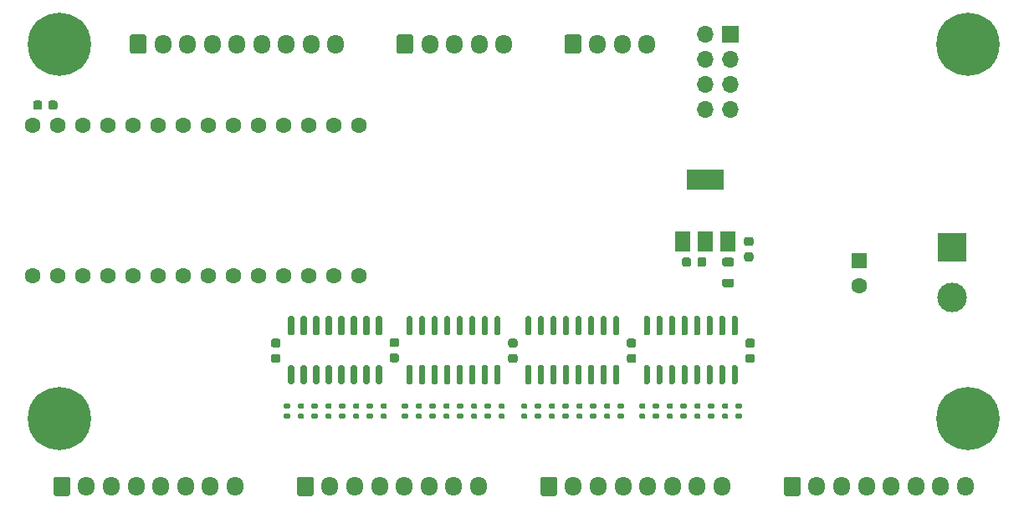
<source format=gbr>
%TF.GenerationSoftware,KiCad,Pcbnew,(5.1.8-0-10_14)*%
%TF.CreationDate,2020-12-11T17:33:19+01:00*%
%TF.ProjectId,32Bit shift register,33324269-7420-4736-9869-667420726567,rev?*%
%TF.SameCoordinates,Original*%
%TF.FileFunction,Soldermask,Top*%
%TF.FilePolarity,Negative*%
%FSLAX46Y46*%
G04 Gerber Fmt 4.6, Leading zero omitted, Abs format (unit mm)*
G04 Created by KiCad (PCBNEW (5.1.8-0-10_14)) date 2020-12-11 17:33:19*
%MOMM*%
%LPD*%
G01*
G04 APERTURE LIST*
%ADD10C,1.600000*%
%ADD11R,1.700000X1.700000*%
%ADD12O,1.700000X1.700000*%
%ADD13O,1.700000X1.950000*%
%ADD14R,3.800000X2.000000*%
%ADD15R,1.500000X2.000000*%
%ADD16C,3.000000*%
%ADD17R,3.000000X3.000000*%
%ADD18C,0.800000*%
%ADD19C,6.400000*%
%ADD20R,1.600000X1.600000*%
G04 APERTURE END LIST*
%TO.C,FB*%
G36*
G01*
X164318750Y-63787500D02*
X165081250Y-63787500D01*
G75*
G02*
X165300000Y-64006250I0J-218750D01*
G01*
X165300000Y-64443750D01*
G75*
G02*
X165081250Y-64662500I-218750J0D01*
G01*
X164318750Y-64662500D01*
G75*
G02*
X164100000Y-64443750I0J218750D01*
G01*
X164100000Y-64006250D01*
G75*
G02*
X164318750Y-63787500I218750J0D01*
G01*
G37*
G36*
G01*
X164318750Y-61662500D02*
X165081250Y-61662500D01*
G75*
G02*
X165300000Y-61881250I0J-218750D01*
G01*
X165300000Y-62318750D01*
G75*
G02*
X165081250Y-62537500I-218750J0D01*
G01*
X164318750Y-62537500D01*
G75*
G02*
X164100000Y-62318750I0J218750D01*
G01*
X164100000Y-61881250D01*
G75*
G02*
X164318750Y-61662500I218750J0D01*
G01*
G37*
%TD*%
%TO.C,C7*%
G36*
G01*
X166550000Y-59575000D02*
X167050000Y-59575000D01*
G75*
G02*
X167275000Y-59800000I0J-225000D01*
G01*
X167275000Y-60250000D01*
G75*
G02*
X167050000Y-60475000I-225000J0D01*
G01*
X166550000Y-60475000D01*
G75*
G02*
X166325000Y-60250000I0J225000D01*
G01*
X166325000Y-59800000D01*
G75*
G02*
X166550000Y-59575000I225000J0D01*
G01*
G37*
G36*
G01*
X166550000Y-61125000D02*
X167050000Y-61125000D01*
G75*
G02*
X167275000Y-61350000I0J-225000D01*
G01*
X167275000Y-61800000D01*
G75*
G02*
X167050000Y-62025000I-225000J0D01*
G01*
X166550000Y-62025000D01*
G75*
G02*
X166325000Y-61800000I0J225000D01*
G01*
X166325000Y-61350000D01*
G75*
G02*
X166550000Y-61125000I225000J0D01*
G01*
G37*
%TD*%
D10*
%TO.C,U6*%
X94290000Y-63520000D03*
X96830000Y-63520000D03*
X99370000Y-63520000D03*
X101910000Y-63520000D03*
X104450000Y-63520000D03*
X106990000Y-63520000D03*
X109530000Y-63520000D03*
X112070000Y-63520000D03*
X114610000Y-63520000D03*
X117150000Y-63520000D03*
X119690000Y-63520000D03*
X122230000Y-63520000D03*
X124770000Y-63520000D03*
X94290000Y-48280000D03*
X96830000Y-48280000D03*
X99370000Y-48280000D03*
X101910000Y-48280000D03*
X104450000Y-48280000D03*
X106990000Y-48280000D03*
X109530000Y-48280000D03*
X112070000Y-48280000D03*
X114610000Y-48280000D03*
X117150000Y-48280000D03*
X119690000Y-48280000D03*
X122230000Y-48280000D03*
X124770000Y-48280000D03*
X127310000Y-63520000D03*
X127310000Y-48280000D03*
%TD*%
D11*
%TO.C,J5*%
X164910000Y-39010000D03*
D12*
X162370000Y-39010000D03*
X164910000Y-41550000D03*
X162370000Y-41550000D03*
X164910000Y-44090000D03*
X162370000Y-44090000D03*
X164910000Y-46630000D03*
X162370000Y-46630000D03*
%TD*%
%TO.C,J8*%
G36*
G01*
X104150000Y-40725100D02*
X104150000Y-39274900D01*
G75*
G02*
X104399900Y-39025000I249900J0D01*
G01*
X105600100Y-39025000D01*
G75*
G02*
X105850000Y-39274900I0J-249900D01*
G01*
X105850000Y-40725100D01*
G75*
G02*
X105600100Y-40975000I-249900J0D01*
G01*
X104399900Y-40975000D01*
G75*
G02*
X104150000Y-40725100I0J249900D01*
G01*
G37*
D13*
X107500000Y-40000000D03*
X110000000Y-40000000D03*
X112500000Y-40000000D03*
X115000000Y-40000000D03*
X117500000Y-40000000D03*
X120000000Y-40000000D03*
X122500000Y-40000000D03*
X125000000Y-40000000D03*
%TD*%
%TO.C,J7*%
X156500000Y-40000000D03*
X154000000Y-40000000D03*
X151500000Y-40000000D03*
G36*
G01*
X148150000Y-40725000D02*
X148150000Y-39275000D01*
G75*
G02*
X148400000Y-39025000I250000J0D01*
G01*
X149600000Y-39025000D01*
G75*
G02*
X149850000Y-39275000I0J-250000D01*
G01*
X149850000Y-40725000D01*
G75*
G02*
X149600000Y-40975000I-250000J0D01*
G01*
X148400000Y-40975000D01*
G75*
G02*
X148150000Y-40725000I0J250000D01*
G01*
G37*
%TD*%
%TO.C,J6*%
X142000000Y-40000000D03*
X139500000Y-40000000D03*
X137000000Y-40000000D03*
X134500000Y-40000000D03*
G36*
G01*
X131150000Y-40725000D02*
X131150000Y-39275000D01*
G75*
G02*
X131400000Y-39025000I250000J0D01*
G01*
X132600000Y-39025000D01*
G75*
G02*
X132850000Y-39275000I0J-250000D01*
G01*
X132850000Y-40725000D01*
G75*
G02*
X132600000Y-40975000I-250000J0D01*
G01*
X131400000Y-40975000D01*
G75*
G02*
X131150000Y-40725000I0J250000D01*
G01*
G37*
%TD*%
%TO.C,U3*%
G36*
G01*
X144632000Y-74485900D02*
X144332000Y-74485900D01*
G75*
G02*
X144182000Y-74335900I0J150000D01*
G01*
X144182000Y-72685900D01*
G75*
G02*
X144332000Y-72535900I150000J0D01*
G01*
X144632000Y-72535900D01*
G75*
G02*
X144782000Y-72685900I0J-150000D01*
G01*
X144782000Y-74335900D01*
G75*
G02*
X144632000Y-74485900I-150000J0D01*
G01*
G37*
G36*
G01*
X145902000Y-74485900D02*
X145602000Y-74485900D01*
G75*
G02*
X145452000Y-74335900I0J150000D01*
G01*
X145452000Y-72685900D01*
G75*
G02*
X145602000Y-72535900I150000J0D01*
G01*
X145902000Y-72535900D01*
G75*
G02*
X146052000Y-72685900I0J-150000D01*
G01*
X146052000Y-74335900D01*
G75*
G02*
X145902000Y-74485900I-150000J0D01*
G01*
G37*
G36*
G01*
X147172000Y-74485900D02*
X146872000Y-74485900D01*
G75*
G02*
X146722000Y-74335900I0J150000D01*
G01*
X146722000Y-72685900D01*
G75*
G02*
X146872000Y-72535900I150000J0D01*
G01*
X147172000Y-72535900D01*
G75*
G02*
X147322000Y-72685900I0J-150000D01*
G01*
X147322000Y-74335900D01*
G75*
G02*
X147172000Y-74485900I-150000J0D01*
G01*
G37*
G36*
G01*
X148442000Y-74485900D02*
X148142000Y-74485900D01*
G75*
G02*
X147992000Y-74335900I0J150000D01*
G01*
X147992000Y-72685900D01*
G75*
G02*
X148142000Y-72535900I150000J0D01*
G01*
X148442000Y-72535900D01*
G75*
G02*
X148592000Y-72685900I0J-150000D01*
G01*
X148592000Y-74335900D01*
G75*
G02*
X148442000Y-74485900I-150000J0D01*
G01*
G37*
G36*
G01*
X149712000Y-74485900D02*
X149412000Y-74485900D01*
G75*
G02*
X149262000Y-74335900I0J150000D01*
G01*
X149262000Y-72685900D01*
G75*
G02*
X149412000Y-72535900I150000J0D01*
G01*
X149712000Y-72535900D01*
G75*
G02*
X149862000Y-72685900I0J-150000D01*
G01*
X149862000Y-74335900D01*
G75*
G02*
X149712000Y-74485900I-150000J0D01*
G01*
G37*
G36*
G01*
X150982000Y-74485900D02*
X150682000Y-74485900D01*
G75*
G02*
X150532000Y-74335900I0J150000D01*
G01*
X150532000Y-72685900D01*
G75*
G02*
X150682000Y-72535900I150000J0D01*
G01*
X150982000Y-72535900D01*
G75*
G02*
X151132000Y-72685900I0J-150000D01*
G01*
X151132000Y-74335900D01*
G75*
G02*
X150982000Y-74485900I-150000J0D01*
G01*
G37*
G36*
G01*
X152252000Y-74485900D02*
X151952000Y-74485900D01*
G75*
G02*
X151802000Y-74335900I0J150000D01*
G01*
X151802000Y-72685900D01*
G75*
G02*
X151952000Y-72535900I150000J0D01*
G01*
X152252000Y-72535900D01*
G75*
G02*
X152402000Y-72685900I0J-150000D01*
G01*
X152402000Y-74335900D01*
G75*
G02*
X152252000Y-74485900I-150000J0D01*
G01*
G37*
G36*
G01*
X153522000Y-74485900D02*
X153222000Y-74485900D01*
G75*
G02*
X153072000Y-74335900I0J150000D01*
G01*
X153072000Y-72685900D01*
G75*
G02*
X153222000Y-72535900I150000J0D01*
G01*
X153522000Y-72535900D01*
G75*
G02*
X153672000Y-72685900I0J-150000D01*
G01*
X153672000Y-74335900D01*
G75*
G02*
X153522000Y-74485900I-150000J0D01*
G01*
G37*
G36*
G01*
X153522000Y-69535900D02*
X153222000Y-69535900D01*
G75*
G02*
X153072000Y-69385900I0J150000D01*
G01*
X153072000Y-67735900D01*
G75*
G02*
X153222000Y-67585900I150000J0D01*
G01*
X153522000Y-67585900D01*
G75*
G02*
X153672000Y-67735900I0J-150000D01*
G01*
X153672000Y-69385900D01*
G75*
G02*
X153522000Y-69535900I-150000J0D01*
G01*
G37*
G36*
G01*
X152252000Y-69535900D02*
X151952000Y-69535900D01*
G75*
G02*
X151802000Y-69385900I0J150000D01*
G01*
X151802000Y-67735900D01*
G75*
G02*
X151952000Y-67585900I150000J0D01*
G01*
X152252000Y-67585900D01*
G75*
G02*
X152402000Y-67735900I0J-150000D01*
G01*
X152402000Y-69385900D01*
G75*
G02*
X152252000Y-69535900I-150000J0D01*
G01*
G37*
G36*
G01*
X150982000Y-69535900D02*
X150682000Y-69535900D01*
G75*
G02*
X150532000Y-69385900I0J150000D01*
G01*
X150532000Y-67735900D01*
G75*
G02*
X150682000Y-67585900I150000J0D01*
G01*
X150982000Y-67585900D01*
G75*
G02*
X151132000Y-67735900I0J-150000D01*
G01*
X151132000Y-69385900D01*
G75*
G02*
X150982000Y-69535900I-150000J0D01*
G01*
G37*
G36*
G01*
X149712000Y-69535900D02*
X149412000Y-69535900D01*
G75*
G02*
X149262000Y-69385900I0J150000D01*
G01*
X149262000Y-67735900D01*
G75*
G02*
X149412000Y-67585900I150000J0D01*
G01*
X149712000Y-67585900D01*
G75*
G02*
X149862000Y-67735900I0J-150000D01*
G01*
X149862000Y-69385900D01*
G75*
G02*
X149712000Y-69535900I-150000J0D01*
G01*
G37*
G36*
G01*
X148442000Y-69535900D02*
X148142000Y-69535900D01*
G75*
G02*
X147992000Y-69385900I0J150000D01*
G01*
X147992000Y-67735900D01*
G75*
G02*
X148142000Y-67585900I150000J0D01*
G01*
X148442000Y-67585900D01*
G75*
G02*
X148592000Y-67735900I0J-150000D01*
G01*
X148592000Y-69385900D01*
G75*
G02*
X148442000Y-69535900I-150000J0D01*
G01*
G37*
G36*
G01*
X147172000Y-69535900D02*
X146872000Y-69535900D01*
G75*
G02*
X146722000Y-69385900I0J150000D01*
G01*
X146722000Y-67735900D01*
G75*
G02*
X146872000Y-67585900I150000J0D01*
G01*
X147172000Y-67585900D01*
G75*
G02*
X147322000Y-67735900I0J-150000D01*
G01*
X147322000Y-69385900D01*
G75*
G02*
X147172000Y-69535900I-150000J0D01*
G01*
G37*
G36*
G01*
X145902000Y-69535900D02*
X145602000Y-69535900D01*
G75*
G02*
X145452000Y-69385900I0J150000D01*
G01*
X145452000Y-67735900D01*
G75*
G02*
X145602000Y-67585900I150000J0D01*
G01*
X145902000Y-67585900D01*
G75*
G02*
X146052000Y-67735900I0J-150000D01*
G01*
X146052000Y-69385900D01*
G75*
G02*
X145902000Y-69535900I-150000J0D01*
G01*
G37*
G36*
G01*
X144632000Y-69535900D02*
X144332000Y-69535900D01*
G75*
G02*
X144182000Y-69385900I0J150000D01*
G01*
X144182000Y-67735900D01*
G75*
G02*
X144332000Y-67585900I150000J0D01*
G01*
X144632000Y-67585900D01*
G75*
G02*
X144782000Y-67735900I0J-150000D01*
G01*
X144782000Y-69385900D01*
G75*
G02*
X144632000Y-69535900I-150000J0D01*
G01*
G37*
%TD*%
%TO.C,R32*%
G36*
G01*
X165982000Y-77980900D02*
X165612000Y-77980900D01*
G75*
G02*
X165477000Y-77845900I0J135000D01*
G01*
X165477000Y-77575900D01*
G75*
G02*
X165612000Y-77440900I135000J0D01*
G01*
X165982000Y-77440900D01*
G75*
G02*
X166117000Y-77575900I0J-135000D01*
G01*
X166117000Y-77845900D01*
G75*
G02*
X165982000Y-77980900I-135000J0D01*
G01*
G37*
G36*
G01*
X165982000Y-76960900D02*
X165612000Y-76960900D01*
G75*
G02*
X165477000Y-76825900I0J135000D01*
G01*
X165477000Y-76555900D01*
G75*
G02*
X165612000Y-76420900I135000J0D01*
G01*
X165982000Y-76420900D01*
G75*
G02*
X166117000Y-76555900I0J-135000D01*
G01*
X166117000Y-76825900D01*
G75*
G02*
X165982000Y-76960900I-135000J0D01*
G01*
G37*
%TD*%
%TO.C,R31*%
G36*
G01*
X154044000Y-77980900D02*
X153674000Y-77980900D01*
G75*
G02*
X153539000Y-77845900I0J135000D01*
G01*
X153539000Y-77575900D01*
G75*
G02*
X153674000Y-77440900I135000J0D01*
G01*
X154044000Y-77440900D01*
G75*
G02*
X154179000Y-77575900I0J-135000D01*
G01*
X154179000Y-77845900D01*
G75*
G02*
X154044000Y-77980900I-135000J0D01*
G01*
G37*
G36*
G01*
X154044000Y-76960900D02*
X153674000Y-76960900D01*
G75*
G02*
X153539000Y-76825900I0J135000D01*
G01*
X153539000Y-76555900D01*
G75*
G02*
X153674000Y-76420900I135000J0D01*
G01*
X154044000Y-76420900D01*
G75*
G02*
X154179000Y-76555900I0J-135000D01*
G01*
X154179000Y-76825900D01*
G75*
G02*
X154044000Y-76960900I-135000J0D01*
G01*
G37*
%TD*%
%TO.C,R30*%
G36*
G01*
X141979000Y-77984900D02*
X141609000Y-77984900D01*
G75*
G02*
X141474000Y-77849900I0J135000D01*
G01*
X141474000Y-77579900D01*
G75*
G02*
X141609000Y-77444900I135000J0D01*
G01*
X141979000Y-77444900D01*
G75*
G02*
X142114000Y-77579900I0J-135000D01*
G01*
X142114000Y-77849900D01*
G75*
G02*
X141979000Y-77984900I-135000J0D01*
G01*
G37*
G36*
G01*
X141979000Y-76964900D02*
X141609000Y-76964900D01*
G75*
G02*
X141474000Y-76829900I0J135000D01*
G01*
X141474000Y-76559900D01*
G75*
G02*
X141609000Y-76424900I135000J0D01*
G01*
X141979000Y-76424900D01*
G75*
G02*
X142114000Y-76559900I0J-135000D01*
G01*
X142114000Y-76829900D01*
G75*
G02*
X141979000Y-76964900I-135000J0D01*
G01*
G37*
%TD*%
%TO.C,R29*%
G36*
G01*
X130041000Y-76962900D02*
X129671000Y-76962900D01*
G75*
G02*
X129536000Y-76827900I0J135000D01*
G01*
X129536000Y-76557900D01*
G75*
G02*
X129671000Y-76422900I135000J0D01*
G01*
X130041000Y-76422900D01*
G75*
G02*
X130176000Y-76557900I0J-135000D01*
G01*
X130176000Y-76827900D01*
G75*
G02*
X130041000Y-76962900I-135000J0D01*
G01*
G37*
G36*
G01*
X130041000Y-77982900D02*
X129671000Y-77982900D01*
G75*
G02*
X129536000Y-77847900I0J135000D01*
G01*
X129536000Y-77577900D01*
G75*
G02*
X129671000Y-77442900I135000J0D01*
G01*
X130041000Y-77442900D01*
G75*
G02*
X130176000Y-77577900I0J-135000D01*
G01*
X130176000Y-77847900D01*
G75*
G02*
X130041000Y-77982900I-135000J0D01*
G01*
G37*
%TD*%
%TO.C,R28*%
G36*
G01*
X164585000Y-77980900D02*
X164215000Y-77980900D01*
G75*
G02*
X164080000Y-77845900I0J135000D01*
G01*
X164080000Y-77575900D01*
G75*
G02*
X164215000Y-77440900I135000J0D01*
G01*
X164585000Y-77440900D01*
G75*
G02*
X164720000Y-77575900I0J-135000D01*
G01*
X164720000Y-77845900D01*
G75*
G02*
X164585000Y-77980900I-135000J0D01*
G01*
G37*
G36*
G01*
X164585000Y-76960900D02*
X164215000Y-76960900D01*
G75*
G02*
X164080000Y-76825900I0J135000D01*
G01*
X164080000Y-76555900D01*
G75*
G02*
X164215000Y-76420900I135000J0D01*
G01*
X164585000Y-76420900D01*
G75*
G02*
X164720000Y-76555900I0J-135000D01*
G01*
X164720000Y-76825900D01*
G75*
G02*
X164585000Y-76960900I-135000J0D01*
G01*
G37*
%TD*%
%TO.C,R27*%
G36*
G01*
X152647000Y-77982900D02*
X152277000Y-77982900D01*
G75*
G02*
X152142000Y-77847900I0J135000D01*
G01*
X152142000Y-77577900D01*
G75*
G02*
X152277000Y-77442900I135000J0D01*
G01*
X152647000Y-77442900D01*
G75*
G02*
X152782000Y-77577900I0J-135000D01*
G01*
X152782000Y-77847900D01*
G75*
G02*
X152647000Y-77982900I-135000J0D01*
G01*
G37*
G36*
G01*
X152647000Y-76962900D02*
X152277000Y-76962900D01*
G75*
G02*
X152142000Y-76827900I0J135000D01*
G01*
X152142000Y-76557900D01*
G75*
G02*
X152277000Y-76422900I135000J0D01*
G01*
X152647000Y-76422900D01*
G75*
G02*
X152782000Y-76557900I0J-135000D01*
G01*
X152782000Y-76827900D01*
G75*
G02*
X152647000Y-76962900I-135000J0D01*
G01*
G37*
%TD*%
%TO.C,R26*%
G36*
G01*
X140582000Y-77984900D02*
X140212000Y-77984900D01*
G75*
G02*
X140077000Y-77849900I0J135000D01*
G01*
X140077000Y-77579900D01*
G75*
G02*
X140212000Y-77444900I135000J0D01*
G01*
X140582000Y-77444900D01*
G75*
G02*
X140717000Y-77579900I0J-135000D01*
G01*
X140717000Y-77849900D01*
G75*
G02*
X140582000Y-77984900I-135000J0D01*
G01*
G37*
G36*
G01*
X140582000Y-76964900D02*
X140212000Y-76964900D01*
G75*
G02*
X140077000Y-76829900I0J135000D01*
G01*
X140077000Y-76559900D01*
G75*
G02*
X140212000Y-76424900I135000J0D01*
G01*
X140582000Y-76424900D01*
G75*
G02*
X140717000Y-76559900I0J-135000D01*
G01*
X140717000Y-76829900D01*
G75*
G02*
X140582000Y-76964900I-135000J0D01*
G01*
G37*
%TD*%
%TO.C,R25*%
G36*
G01*
X128644000Y-76962900D02*
X128274000Y-76962900D01*
G75*
G02*
X128139000Y-76827900I0J135000D01*
G01*
X128139000Y-76557900D01*
G75*
G02*
X128274000Y-76422900I135000J0D01*
G01*
X128644000Y-76422900D01*
G75*
G02*
X128779000Y-76557900I0J-135000D01*
G01*
X128779000Y-76827900D01*
G75*
G02*
X128644000Y-76962900I-135000J0D01*
G01*
G37*
G36*
G01*
X128644000Y-77982900D02*
X128274000Y-77982900D01*
G75*
G02*
X128139000Y-77847900I0J135000D01*
G01*
X128139000Y-77577900D01*
G75*
G02*
X128274000Y-77442900I135000J0D01*
G01*
X128644000Y-77442900D01*
G75*
G02*
X128779000Y-77577900I0J-135000D01*
G01*
X128779000Y-77847900D01*
G75*
G02*
X128644000Y-77982900I-135000J0D01*
G01*
G37*
%TD*%
%TO.C,R24*%
G36*
G01*
X163188000Y-77980900D02*
X162818000Y-77980900D01*
G75*
G02*
X162683000Y-77845900I0J135000D01*
G01*
X162683000Y-77575900D01*
G75*
G02*
X162818000Y-77440900I135000J0D01*
G01*
X163188000Y-77440900D01*
G75*
G02*
X163323000Y-77575900I0J-135000D01*
G01*
X163323000Y-77845900D01*
G75*
G02*
X163188000Y-77980900I-135000J0D01*
G01*
G37*
G36*
G01*
X163188000Y-76960900D02*
X162818000Y-76960900D01*
G75*
G02*
X162683000Y-76825900I0J135000D01*
G01*
X162683000Y-76555900D01*
G75*
G02*
X162818000Y-76420900I135000J0D01*
G01*
X163188000Y-76420900D01*
G75*
G02*
X163323000Y-76555900I0J-135000D01*
G01*
X163323000Y-76825900D01*
G75*
G02*
X163188000Y-76960900I-135000J0D01*
G01*
G37*
%TD*%
%TO.C,R23*%
G36*
G01*
X151250000Y-77982900D02*
X150880000Y-77982900D01*
G75*
G02*
X150745000Y-77847900I0J135000D01*
G01*
X150745000Y-77577900D01*
G75*
G02*
X150880000Y-77442900I135000J0D01*
G01*
X151250000Y-77442900D01*
G75*
G02*
X151385000Y-77577900I0J-135000D01*
G01*
X151385000Y-77847900D01*
G75*
G02*
X151250000Y-77982900I-135000J0D01*
G01*
G37*
G36*
G01*
X151250000Y-76962900D02*
X150880000Y-76962900D01*
G75*
G02*
X150745000Y-76827900I0J135000D01*
G01*
X150745000Y-76557900D01*
G75*
G02*
X150880000Y-76422900I135000J0D01*
G01*
X151250000Y-76422900D01*
G75*
G02*
X151385000Y-76557900I0J-135000D01*
G01*
X151385000Y-76827900D01*
G75*
G02*
X151250000Y-76962900I-135000J0D01*
G01*
G37*
%TD*%
%TO.C,R22*%
G36*
G01*
X139185000Y-77984900D02*
X138815000Y-77984900D01*
G75*
G02*
X138680000Y-77849900I0J135000D01*
G01*
X138680000Y-77579900D01*
G75*
G02*
X138815000Y-77444900I135000J0D01*
G01*
X139185000Y-77444900D01*
G75*
G02*
X139320000Y-77579900I0J-135000D01*
G01*
X139320000Y-77849900D01*
G75*
G02*
X139185000Y-77984900I-135000J0D01*
G01*
G37*
G36*
G01*
X139185000Y-76964900D02*
X138815000Y-76964900D01*
G75*
G02*
X138680000Y-76829900I0J135000D01*
G01*
X138680000Y-76559900D01*
G75*
G02*
X138815000Y-76424900I135000J0D01*
G01*
X139185000Y-76424900D01*
G75*
G02*
X139320000Y-76559900I0J-135000D01*
G01*
X139320000Y-76829900D01*
G75*
G02*
X139185000Y-76964900I-135000J0D01*
G01*
G37*
%TD*%
%TO.C,R21*%
G36*
G01*
X127247000Y-77982900D02*
X126877000Y-77982900D01*
G75*
G02*
X126742000Y-77847900I0J135000D01*
G01*
X126742000Y-77577900D01*
G75*
G02*
X126877000Y-77442900I135000J0D01*
G01*
X127247000Y-77442900D01*
G75*
G02*
X127382000Y-77577900I0J-135000D01*
G01*
X127382000Y-77847900D01*
G75*
G02*
X127247000Y-77982900I-135000J0D01*
G01*
G37*
G36*
G01*
X127247000Y-76962900D02*
X126877000Y-76962900D01*
G75*
G02*
X126742000Y-76827900I0J135000D01*
G01*
X126742000Y-76557900D01*
G75*
G02*
X126877000Y-76422900I135000J0D01*
G01*
X127247000Y-76422900D01*
G75*
G02*
X127382000Y-76557900I0J-135000D01*
G01*
X127382000Y-76827900D01*
G75*
G02*
X127247000Y-76962900I-135000J0D01*
G01*
G37*
%TD*%
%TO.C,R20*%
G36*
G01*
X161791000Y-77980900D02*
X161421000Y-77980900D01*
G75*
G02*
X161286000Y-77845900I0J135000D01*
G01*
X161286000Y-77575900D01*
G75*
G02*
X161421000Y-77440900I135000J0D01*
G01*
X161791000Y-77440900D01*
G75*
G02*
X161926000Y-77575900I0J-135000D01*
G01*
X161926000Y-77845900D01*
G75*
G02*
X161791000Y-77980900I-135000J0D01*
G01*
G37*
G36*
G01*
X161791000Y-76960900D02*
X161421000Y-76960900D01*
G75*
G02*
X161286000Y-76825900I0J135000D01*
G01*
X161286000Y-76555900D01*
G75*
G02*
X161421000Y-76420900I135000J0D01*
G01*
X161791000Y-76420900D01*
G75*
G02*
X161926000Y-76555900I0J-135000D01*
G01*
X161926000Y-76825900D01*
G75*
G02*
X161791000Y-76960900I-135000J0D01*
G01*
G37*
%TD*%
%TO.C,R19*%
G36*
G01*
X149853000Y-77980900D02*
X149483000Y-77980900D01*
G75*
G02*
X149348000Y-77845900I0J135000D01*
G01*
X149348000Y-77575900D01*
G75*
G02*
X149483000Y-77440900I135000J0D01*
G01*
X149853000Y-77440900D01*
G75*
G02*
X149988000Y-77575900I0J-135000D01*
G01*
X149988000Y-77845900D01*
G75*
G02*
X149853000Y-77980900I-135000J0D01*
G01*
G37*
G36*
G01*
X149853000Y-76960900D02*
X149483000Y-76960900D01*
G75*
G02*
X149348000Y-76825900I0J135000D01*
G01*
X149348000Y-76555900D01*
G75*
G02*
X149483000Y-76420900I135000J0D01*
G01*
X149853000Y-76420900D01*
G75*
G02*
X149988000Y-76555900I0J-135000D01*
G01*
X149988000Y-76825900D01*
G75*
G02*
X149853000Y-76960900I-135000J0D01*
G01*
G37*
%TD*%
%TO.C,R18*%
G36*
G01*
X137788000Y-77982900D02*
X137418000Y-77982900D01*
G75*
G02*
X137283000Y-77847900I0J135000D01*
G01*
X137283000Y-77577900D01*
G75*
G02*
X137418000Y-77442900I135000J0D01*
G01*
X137788000Y-77442900D01*
G75*
G02*
X137923000Y-77577900I0J-135000D01*
G01*
X137923000Y-77847900D01*
G75*
G02*
X137788000Y-77982900I-135000J0D01*
G01*
G37*
G36*
G01*
X137788000Y-76962900D02*
X137418000Y-76962900D01*
G75*
G02*
X137283000Y-76827900I0J135000D01*
G01*
X137283000Y-76557900D01*
G75*
G02*
X137418000Y-76422900I135000J0D01*
G01*
X137788000Y-76422900D01*
G75*
G02*
X137923000Y-76557900I0J-135000D01*
G01*
X137923000Y-76827900D01*
G75*
G02*
X137788000Y-76962900I-135000J0D01*
G01*
G37*
%TD*%
%TO.C,R17*%
G36*
G01*
X125850000Y-76962900D02*
X125480000Y-76962900D01*
G75*
G02*
X125345000Y-76827900I0J135000D01*
G01*
X125345000Y-76557900D01*
G75*
G02*
X125480000Y-76422900I135000J0D01*
G01*
X125850000Y-76422900D01*
G75*
G02*
X125985000Y-76557900I0J-135000D01*
G01*
X125985000Y-76827900D01*
G75*
G02*
X125850000Y-76962900I-135000J0D01*
G01*
G37*
G36*
G01*
X125850000Y-77982900D02*
X125480000Y-77982900D01*
G75*
G02*
X125345000Y-77847900I0J135000D01*
G01*
X125345000Y-77577900D01*
G75*
G02*
X125480000Y-77442900I135000J0D01*
G01*
X125850000Y-77442900D01*
G75*
G02*
X125985000Y-77577900I0J-135000D01*
G01*
X125985000Y-77847900D01*
G75*
G02*
X125850000Y-77982900I-135000J0D01*
G01*
G37*
%TD*%
%TO.C,R16*%
G36*
G01*
X160394000Y-77980900D02*
X160024000Y-77980900D01*
G75*
G02*
X159889000Y-77845900I0J135000D01*
G01*
X159889000Y-77575900D01*
G75*
G02*
X160024000Y-77440900I135000J0D01*
G01*
X160394000Y-77440900D01*
G75*
G02*
X160529000Y-77575900I0J-135000D01*
G01*
X160529000Y-77845900D01*
G75*
G02*
X160394000Y-77980900I-135000J0D01*
G01*
G37*
G36*
G01*
X160394000Y-76960900D02*
X160024000Y-76960900D01*
G75*
G02*
X159889000Y-76825900I0J135000D01*
G01*
X159889000Y-76555900D01*
G75*
G02*
X160024000Y-76420900I135000J0D01*
G01*
X160394000Y-76420900D01*
G75*
G02*
X160529000Y-76555900I0J-135000D01*
G01*
X160529000Y-76825900D01*
G75*
G02*
X160394000Y-76960900I-135000J0D01*
G01*
G37*
%TD*%
%TO.C,R15*%
G36*
G01*
X148456000Y-77982900D02*
X148086000Y-77982900D01*
G75*
G02*
X147951000Y-77847900I0J135000D01*
G01*
X147951000Y-77577900D01*
G75*
G02*
X148086000Y-77442900I135000J0D01*
G01*
X148456000Y-77442900D01*
G75*
G02*
X148591000Y-77577900I0J-135000D01*
G01*
X148591000Y-77847900D01*
G75*
G02*
X148456000Y-77982900I-135000J0D01*
G01*
G37*
G36*
G01*
X148456000Y-76962900D02*
X148086000Y-76962900D01*
G75*
G02*
X147951000Y-76827900I0J135000D01*
G01*
X147951000Y-76557900D01*
G75*
G02*
X148086000Y-76422900I135000J0D01*
G01*
X148456000Y-76422900D01*
G75*
G02*
X148591000Y-76557900I0J-135000D01*
G01*
X148591000Y-76827900D01*
G75*
G02*
X148456000Y-76962900I-135000J0D01*
G01*
G37*
%TD*%
%TO.C,R14*%
G36*
G01*
X136391000Y-77982900D02*
X136021000Y-77982900D01*
G75*
G02*
X135886000Y-77847900I0J135000D01*
G01*
X135886000Y-77577900D01*
G75*
G02*
X136021000Y-77442900I135000J0D01*
G01*
X136391000Y-77442900D01*
G75*
G02*
X136526000Y-77577900I0J-135000D01*
G01*
X136526000Y-77847900D01*
G75*
G02*
X136391000Y-77982900I-135000J0D01*
G01*
G37*
G36*
G01*
X136391000Y-76962900D02*
X136021000Y-76962900D01*
G75*
G02*
X135886000Y-76827900I0J135000D01*
G01*
X135886000Y-76557900D01*
G75*
G02*
X136021000Y-76422900I135000J0D01*
G01*
X136391000Y-76422900D01*
G75*
G02*
X136526000Y-76557900I0J-135000D01*
G01*
X136526000Y-76827900D01*
G75*
G02*
X136391000Y-76962900I-135000J0D01*
G01*
G37*
%TD*%
%TO.C,R13*%
G36*
G01*
X124453000Y-77982900D02*
X124083000Y-77982900D01*
G75*
G02*
X123948000Y-77847900I0J135000D01*
G01*
X123948000Y-77577900D01*
G75*
G02*
X124083000Y-77442900I135000J0D01*
G01*
X124453000Y-77442900D01*
G75*
G02*
X124588000Y-77577900I0J-135000D01*
G01*
X124588000Y-77847900D01*
G75*
G02*
X124453000Y-77982900I-135000J0D01*
G01*
G37*
G36*
G01*
X124453000Y-76962900D02*
X124083000Y-76962900D01*
G75*
G02*
X123948000Y-76827900I0J135000D01*
G01*
X123948000Y-76557900D01*
G75*
G02*
X124083000Y-76422900I135000J0D01*
G01*
X124453000Y-76422900D01*
G75*
G02*
X124588000Y-76557900I0J-135000D01*
G01*
X124588000Y-76827900D01*
G75*
G02*
X124453000Y-76962900I-135000J0D01*
G01*
G37*
%TD*%
%TO.C,R12*%
G36*
G01*
X158997000Y-77980900D02*
X158627000Y-77980900D01*
G75*
G02*
X158492000Y-77845900I0J135000D01*
G01*
X158492000Y-77575900D01*
G75*
G02*
X158627000Y-77440900I135000J0D01*
G01*
X158997000Y-77440900D01*
G75*
G02*
X159132000Y-77575900I0J-135000D01*
G01*
X159132000Y-77845900D01*
G75*
G02*
X158997000Y-77980900I-135000J0D01*
G01*
G37*
G36*
G01*
X158997000Y-76960900D02*
X158627000Y-76960900D01*
G75*
G02*
X158492000Y-76825900I0J135000D01*
G01*
X158492000Y-76555900D01*
G75*
G02*
X158627000Y-76420900I135000J0D01*
G01*
X158997000Y-76420900D01*
G75*
G02*
X159132000Y-76555900I0J-135000D01*
G01*
X159132000Y-76825900D01*
G75*
G02*
X158997000Y-76960900I-135000J0D01*
G01*
G37*
%TD*%
%TO.C,R11*%
G36*
G01*
X147059000Y-77982900D02*
X146689000Y-77982900D01*
G75*
G02*
X146554000Y-77847900I0J135000D01*
G01*
X146554000Y-77577900D01*
G75*
G02*
X146689000Y-77442900I135000J0D01*
G01*
X147059000Y-77442900D01*
G75*
G02*
X147194000Y-77577900I0J-135000D01*
G01*
X147194000Y-77847900D01*
G75*
G02*
X147059000Y-77982900I-135000J0D01*
G01*
G37*
G36*
G01*
X147059000Y-76962900D02*
X146689000Y-76962900D01*
G75*
G02*
X146554000Y-76827900I0J135000D01*
G01*
X146554000Y-76557900D01*
G75*
G02*
X146689000Y-76422900I135000J0D01*
G01*
X147059000Y-76422900D01*
G75*
G02*
X147194000Y-76557900I0J-135000D01*
G01*
X147194000Y-76827900D01*
G75*
G02*
X147059000Y-76962900I-135000J0D01*
G01*
G37*
%TD*%
%TO.C,R10*%
G36*
G01*
X134994000Y-77982900D02*
X134624000Y-77982900D01*
G75*
G02*
X134489000Y-77847900I0J135000D01*
G01*
X134489000Y-77577900D01*
G75*
G02*
X134624000Y-77442900I135000J0D01*
G01*
X134994000Y-77442900D01*
G75*
G02*
X135129000Y-77577900I0J-135000D01*
G01*
X135129000Y-77847900D01*
G75*
G02*
X134994000Y-77982900I-135000J0D01*
G01*
G37*
G36*
G01*
X134994000Y-76962900D02*
X134624000Y-76962900D01*
G75*
G02*
X134489000Y-76827900I0J135000D01*
G01*
X134489000Y-76557900D01*
G75*
G02*
X134624000Y-76422900I135000J0D01*
G01*
X134994000Y-76422900D01*
G75*
G02*
X135129000Y-76557900I0J-135000D01*
G01*
X135129000Y-76827900D01*
G75*
G02*
X134994000Y-76962900I-135000J0D01*
G01*
G37*
%TD*%
%TO.C,R9*%
G36*
G01*
X123056000Y-77982900D02*
X122686000Y-77982900D01*
G75*
G02*
X122551000Y-77847900I0J135000D01*
G01*
X122551000Y-77577900D01*
G75*
G02*
X122686000Y-77442900I135000J0D01*
G01*
X123056000Y-77442900D01*
G75*
G02*
X123191000Y-77577900I0J-135000D01*
G01*
X123191000Y-77847900D01*
G75*
G02*
X123056000Y-77982900I-135000J0D01*
G01*
G37*
G36*
G01*
X123056000Y-76962900D02*
X122686000Y-76962900D01*
G75*
G02*
X122551000Y-76827900I0J135000D01*
G01*
X122551000Y-76557900D01*
G75*
G02*
X122686000Y-76422900I135000J0D01*
G01*
X123056000Y-76422900D01*
G75*
G02*
X123191000Y-76557900I0J-135000D01*
G01*
X123191000Y-76827900D01*
G75*
G02*
X123056000Y-76962900I-135000J0D01*
G01*
G37*
%TD*%
%TO.C,R8*%
G36*
G01*
X157600000Y-77980900D02*
X157230000Y-77980900D01*
G75*
G02*
X157095000Y-77845900I0J135000D01*
G01*
X157095000Y-77575900D01*
G75*
G02*
X157230000Y-77440900I135000J0D01*
G01*
X157600000Y-77440900D01*
G75*
G02*
X157735000Y-77575900I0J-135000D01*
G01*
X157735000Y-77845900D01*
G75*
G02*
X157600000Y-77980900I-135000J0D01*
G01*
G37*
G36*
G01*
X157600000Y-76960900D02*
X157230000Y-76960900D01*
G75*
G02*
X157095000Y-76825900I0J135000D01*
G01*
X157095000Y-76555900D01*
G75*
G02*
X157230000Y-76420900I135000J0D01*
G01*
X157600000Y-76420900D01*
G75*
G02*
X157735000Y-76555900I0J-135000D01*
G01*
X157735000Y-76825900D01*
G75*
G02*
X157600000Y-76960900I-135000J0D01*
G01*
G37*
%TD*%
%TO.C,R7*%
G36*
G01*
X145662000Y-77984900D02*
X145292000Y-77984900D01*
G75*
G02*
X145157000Y-77849900I0J135000D01*
G01*
X145157000Y-77579900D01*
G75*
G02*
X145292000Y-77444900I135000J0D01*
G01*
X145662000Y-77444900D01*
G75*
G02*
X145797000Y-77579900I0J-135000D01*
G01*
X145797000Y-77849900D01*
G75*
G02*
X145662000Y-77984900I-135000J0D01*
G01*
G37*
G36*
G01*
X145662000Y-76964900D02*
X145292000Y-76964900D01*
G75*
G02*
X145157000Y-76829900I0J135000D01*
G01*
X145157000Y-76559900D01*
G75*
G02*
X145292000Y-76424900I135000J0D01*
G01*
X145662000Y-76424900D01*
G75*
G02*
X145797000Y-76559900I0J-135000D01*
G01*
X145797000Y-76829900D01*
G75*
G02*
X145662000Y-76964900I-135000J0D01*
G01*
G37*
%TD*%
%TO.C,R6*%
G36*
G01*
X133597000Y-77982900D02*
X133227000Y-77982900D01*
G75*
G02*
X133092000Y-77847900I0J135000D01*
G01*
X133092000Y-77577900D01*
G75*
G02*
X133227000Y-77442900I135000J0D01*
G01*
X133597000Y-77442900D01*
G75*
G02*
X133732000Y-77577900I0J-135000D01*
G01*
X133732000Y-77847900D01*
G75*
G02*
X133597000Y-77982900I-135000J0D01*
G01*
G37*
G36*
G01*
X133597000Y-76962900D02*
X133227000Y-76962900D01*
G75*
G02*
X133092000Y-76827900I0J135000D01*
G01*
X133092000Y-76557900D01*
G75*
G02*
X133227000Y-76422900I135000J0D01*
G01*
X133597000Y-76422900D01*
G75*
G02*
X133732000Y-76557900I0J-135000D01*
G01*
X133732000Y-76827900D01*
G75*
G02*
X133597000Y-76962900I-135000J0D01*
G01*
G37*
%TD*%
%TO.C,R5*%
G36*
G01*
X121659000Y-77982900D02*
X121289000Y-77982900D01*
G75*
G02*
X121154000Y-77847900I0J135000D01*
G01*
X121154000Y-77577900D01*
G75*
G02*
X121289000Y-77442900I135000J0D01*
G01*
X121659000Y-77442900D01*
G75*
G02*
X121794000Y-77577900I0J-135000D01*
G01*
X121794000Y-77847900D01*
G75*
G02*
X121659000Y-77982900I-135000J0D01*
G01*
G37*
G36*
G01*
X121659000Y-76962900D02*
X121289000Y-76962900D01*
G75*
G02*
X121154000Y-76827900I0J135000D01*
G01*
X121154000Y-76557900D01*
G75*
G02*
X121289000Y-76422900I135000J0D01*
G01*
X121659000Y-76422900D01*
G75*
G02*
X121794000Y-76557900I0J-135000D01*
G01*
X121794000Y-76827900D01*
G75*
G02*
X121659000Y-76962900I-135000J0D01*
G01*
G37*
%TD*%
%TO.C,R4*%
G36*
G01*
X156203000Y-77980900D02*
X155833000Y-77980900D01*
G75*
G02*
X155698000Y-77845900I0J135000D01*
G01*
X155698000Y-77575900D01*
G75*
G02*
X155833000Y-77440900I135000J0D01*
G01*
X156203000Y-77440900D01*
G75*
G02*
X156338000Y-77575900I0J-135000D01*
G01*
X156338000Y-77845900D01*
G75*
G02*
X156203000Y-77980900I-135000J0D01*
G01*
G37*
G36*
G01*
X156203000Y-76960900D02*
X155833000Y-76960900D01*
G75*
G02*
X155698000Y-76825900I0J135000D01*
G01*
X155698000Y-76555900D01*
G75*
G02*
X155833000Y-76420900I135000J0D01*
G01*
X156203000Y-76420900D01*
G75*
G02*
X156338000Y-76555900I0J-135000D01*
G01*
X156338000Y-76825900D01*
G75*
G02*
X156203000Y-76960900I-135000J0D01*
G01*
G37*
%TD*%
%TO.C,R3*%
G36*
G01*
X144265000Y-77984900D02*
X143895000Y-77984900D01*
G75*
G02*
X143760000Y-77849900I0J135000D01*
G01*
X143760000Y-77579900D01*
G75*
G02*
X143895000Y-77444900I135000J0D01*
G01*
X144265000Y-77444900D01*
G75*
G02*
X144400000Y-77579900I0J-135000D01*
G01*
X144400000Y-77849900D01*
G75*
G02*
X144265000Y-77984900I-135000J0D01*
G01*
G37*
G36*
G01*
X144265000Y-76964900D02*
X143895000Y-76964900D01*
G75*
G02*
X143760000Y-76829900I0J135000D01*
G01*
X143760000Y-76559900D01*
G75*
G02*
X143895000Y-76424900I135000J0D01*
G01*
X144265000Y-76424900D01*
G75*
G02*
X144400000Y-76559900I0J-135000D01*
G01*
X144400000Y-76829900D01*
G75*
G02*
X144265000Y-76964900I-135000J0D01*
G01*
G37*
%TD*%
%TO.C,R2*%
G36*
G01*
X132200000Y-77982900D02*
X131830000Y-77982900D01*
G75*
G02*
X131695000Y-77847900I0J135000D01*
G01*
X131695000Y-77577900D01*
G75*
G02*
X131830000Y-77442900I135000J0D01*
G01*
X132200000Y-77442900D01*
G75*
G02*
X132335000Y-77577900I0J-135000D01*
G01*
X132335000Y-77847900D01*
G75*
G02*
X132200000Y-77982900I-135000J0D01*
G01*
G37*
G36*
G01*
X132200000Y-76962900D02*
X131830000Y-76962900D01*
G75*
G02*
X131695000Y-76827900I0J135000D01*
G01*
X131695000Y-76557900D01*
G75*
G02*
X131830000Y-76422900I135000J0D01*
G01*
X132200000Y-76422900D01*
G75*
G02*
X132335000Y-76557900I0J-135000D01*
G01*
X132335000Y-76827900D01*
G75*
G02*
X132200000Y-76962900I-135000J0D01*
G01*
G37*
%TD*%
%TO.C,R1*%
G36*
G01*
X120262000Y-77982900D02*
X119892000Y-77982900D01*
G75*
G02*
X119757000Y-77847900I0J135000D01*
G01*
X119757000Y-77577900D01*
G75*
G02*
X119892000Y-77442900I135000J0D01*
G01*
X120262000Y-77442900D01*
G75*
G02*
X120397000Y-77577900I0J-135000D01*
G01*
X120397000Y-77847900D01*
G75*
G02*
X120262000Y-77982900I-135000J0D01*
G01*
G37*
G36*
G01*
X120262000Y-76962900D02*
X119892000Y-76962900D01*
G75*
G02*
X119757000Y-76827900I0J135000D01*
G01*
X119757000Y-76557900D01*
G75*
G02*
X119892000Y-76422900I135000J0D01*
G01*
X120262000Y-76422900D01*
G75*
G02*
X120397000Y-76557900I0J-135000D01*
G01*
X120397000Y-76827900D01*
G75*
G02*
X120262000Y-76962900I-135000J0D01*
G01*
G37*
%TD*%
%TO.C,J1*%
G36*
G01*
X96432000Y-85561000D02*
X96432000Y-84111000D01*
G75*
G02*
X96682000Y-83861000I250000J0D01*
G01*
X97882000Y-83861000D01*
G75*
G02*
X98132000Y-84111000I0J-250000D01*
G01*
X98132000Y-85561000D01*
G75*
G02*
X97882000Y-85811000I-250000J0D01*
G01*
X96682000Y-85811000D01*
G75*
G02*
X96432000Y-85561000I0J250000D01*
G01*
G37*
X99782000Y-84836000D03*
X102282000Y-84836000D03*
X104782000Y-84836000D03*
X107282000Y-84836000D03*
X109782000Y-84836000D03*
X112282000Y-84836000D03*
X114782000Y-84836000D03*
%TD*%
D14*
%TO.C,U5*%
X162393000Y-53707000D03*
D15*
X162393000Y-60007000D03*
X164693000Y-60007000D03*
X160093000Y-60007000D03*
%TD*%
D16*
%TO.C,J9*%
X187330000Y-65650000D03*
D17*
X187330000Y-60570000D03*
%TD*%
D18*
%TO.C,H4*%
X98697056Y-38302944D03*
X97000000Y-37600000D03*
X95302944Y-38302944D03*
X94600000Y-40000000D03*
X95302944Y-41697056D03*
X97000000Y-42400000D03*
X98697056Y-41697056D03*
X99400000Y-40000000D03*
D19*
X97000000Y-40000000D03*
%TD*%
D18*
%TO.C,H3*%
X98697056Y-76302944D03*
X97000000Y-75600000D03*
X95302944Y-76302944D03*
X94600000Y-78000000D03*
X95302944Y-79697056D03*
X97000000Y-80400000D03*
X98697056Y-79697056D03*
X99400000Y-78000000D03*
D19*
X97000000Y-78000000D03*
%TD*%
D18*
%TO.C,H2*%
X190697056Y-38302944D03*
X189000000Y-37600000D03*
X187302944Y-38302944D03*
X186600000Y-40000000D03*
X187302944Y-41697056D03*
X189000000Y-42400000D03*
X190697056Y-41697056D03*
X191400000Y-40000000D03*
D19*
X189000000Y-40000000D03*
%TD*%
D18*
%TO.C,H1*%
X190697056Y-76302944D03*
X189000000Y-75600000D03*
X187302944Y-76302944D03*
X186600000Y-78000000D03*
X187302944Y-79697056D03*
X189000000Y-80400000D03*
X190697056Y-79697056D03*
X191400000Y-78000000D03*
D19*
X189000000Y-78000000D03*
%TD*%
D10*
%TO.C,C9*%
X178000000Y-64500000D03*
D20*
X178000000Y-62000000D03*
%TD*%
%TO.C,C8*%
G36*
G01*
X162500000Y-61850000D02*
X162500000Y-62350000D01*
G75*
G02*
X162275000Y-62575000I-225000J0D01*
G01*
X161825000Y-62575000D01*
G75*
G02*
X161600000Y-62350000I0J225000D01*
G01*
X161600000Y-61850000D01*
G75*
G02*
X161825000Y-61625000I225000J0D01*
G01*
X162275000Y-61625000D01*
G75*
G02*
X162500000Y-61850000I0J-225000D01*
G01*
G37*
G36*
G01*
X160950000Y-61850000D02*
X160950000Y-62350000D01*
G75*
G02*
X160725000Y-62575000I-225000J0D01*
G01*
X160275000Y-62575000D01*
G75*
G02*
X160050000Y-62350000I0J225000D01*
G01*
X160050000Y-61850000D01*
G75*
G02*
X160275000Y-61625000I225000J0D01*
G01*
X160725000Y-61625000D01*
G75*
G02*
X160950000Y-61850000I0J-225000D01*
G01*
G37*
%TD*%
%TO.C,C6*%
G36*
G01*
X95925000Y-46450000D02*
X95925000Y-45950000D01*
G75*
G02*
X96150000Y-45725000I225000J0D01*
G01*
X96600000Y-45725000D01*
G75*
G02*
X96825000Y-45950000I0J-225000D01*
G01*
X96825000Y-46450000D01*
G75*
G02*
X96600000Y-46675000I-225000J0D01*
G01*
X96150000Y-46675000D01*
G75*
G02*
X95925000Y-46450000I0J225000D01*
G01*
G37*
G36*
G01*
X94375000Y-46450000D02*
X94375000Y-45950000D01*
G75*
G02*
X94600000Y-45725000I225000J0D01*
G01*
X95050000Y-45725000D01*
G75*
G02*
X95275000Y-45950000I0J-225000D01*
G01*
X95275000Y-46450000D01*
G75*
G02*
X95050000Y-46675000I-225000J0D01*
G01*
X94600000Y-46675000D01*
G75*
G02*
X94375000Y-46450000I0J225000D01*
G01*
G37*
%TD*%
%TO.C,C5*%
G36*
G01*
X166677000Y-69860900D02*
X167177000Y-69860900D01*
G75*
G02*
X167402000Y-70085900I0J-225000D01*
G01*
X167402000Y-70535900D01*
G75*
G02*
X167177000Y-70760900I-225000J0D01*
G01*
X166677000Y-70760900D01*
G75*
G02*
X166452000Y-70535900I0J225000D01*
G01*
X166452000Y-70085900D01*
G75*
G02*
X166677000Y-69860900I225000J0D01*
G01*
G37*
G36*
G01*
X166677000Y-71410900D02*
X167177000Y-71410900D01*
G75*
G02*
X167402000Y-71635900I0J-225000D01*
G01*
X167402000Y-72085900D01*
G75*
G02*
X167177000Y-72310900I-225000J0D01*
G01*
X166677000Y-72310900D01*
G75*
G02*
X166452000Y-72085900I0J225000D01*
G01*
X166452000Y-71635900D01*
G75*
G02*
X166677000Y-71410900I225000J0D01*
G01*
G37*
%TD*%
%TO.C,C4*%
G36*
G01*
X154677000Y-69860900D02*
X155177000Y-69860900D01*
G75*
G02*
X155402000Y-70085900I0J-225000D01*
G01*
X155402000Y-70535900D01*
G75*
G02*
X155177000Y-70760900I-225000J0D01*
G01*
X154677000Y-70760900D01*
G75*
G02*
X154452000Y-70535900I0J225000D01*
G01*
X154452000Y-70085900D01*
G75*
G02*
X154677000Y-69860900I225000J0D01*
G01*
G37*
G36*
G01*
X154677000Y-71410900D02*
X155177000Y-71410900D01*
G75*
G02*
X155402000Y-71635900I0J-225000D01*
G01*
X155402000Y-72085900D01*
G75*
G02*
X155177000Y-72310900I-225000J0D01*
G01*
X154677000Y-72310900D01*
G75*
G02*
X154452000Y-72085900I0J225000D01*
G01*
X154452000Y-71635900D01*
G75*
G02*
X154677000Y-71410900I225000J0D01*
G01*
G37*
%TD*%
%TO.C,C3*%
G36*
G01*
X142677000Y-69860900D02*
X143177000Y-69860900D01*
G75*
G02*
X143402000Y-70085900I0J-225000D01*
G01*
X143402000Y-70535900D01*
G75*
G02*
X143177000Y-70760900I-225000J0D01*
G01*
X142677000Y-70760900D01*
G75*
G02*
X142452000Y-70535900I0J225000D01*
G01*
X142452000Y-70085900D01*
G75*
G02*
X142677000Y-69860900I225000J0D01*
G01*
G37*
G36*
G01*
X142677000Y-71410900D02*
X143177000Y-71410900D01*
G75*
G02*
X143402000Y-71635900I0J-225000D01*
G01*
X143402000Y-72085900D01*
G75*
G02*
X143177000Y-72310900I-225000J0D01*
G01*
X142677000Y-72310900D01*
G75*
G02*
X142452000Y-72085900I0J225000D01*
G01*
X142452000Y-71635900D01*
G75*
G02*
X142677000Y-71410900I225000J0D01*
G01*
G37*
%TD*%
%TO.C,C2*%
G36*
G01*
X130677000Y-69810900D02*
X131177000Y-69810900D01*
G75*
G02*
X131402000Y-70035900I0J-225000D01*
G01*
X131402000Y-70485900D01*
G75*
G02*
X131177000Y-70710900I-225000J0D01*
G01*
X130677000Y-70710900D01*
G75*
G02*
X130452000Y-70485900I0J225000D01*
G01*
X130452000Y-70035900D01*
G75*
G02*
X130677000Y-69810900I225000J0D01*
G01*
G37*
G36*
G01*
X130677000Y-71360900D02*
X131177000Y-71360900D01*
G75*
G02*
X131402000Y-71585900I0J-225000D01*
G01*
X131402000Y-72035900D01*
G75*
G02*
X131177000Y-72260900I-225000J0D01*
G01*
X130677000Y-72260900D01*
G75*
G02*
X130452000Y-72035900I0J225000D01*
G01*
X130452000Y-71585900D01*
G75*
G02*
X130677000Y-71360900I225000J0D01*
G01*
G37*
%TD*%
%TO.C,C1*%
G36*
G01*
X118677000Y-69860900D02*
X119177000Y-69860900D01*
G75*
G02*
X119402000Y-70085900I0J-225000D01*
G01*
X119402000Y-70535900D01*
G75*
G02*
X119177000Y-70760900I-225000J0D01*
G01*
X118677000Y-70760900D01*
G75*
G02*
X118452000Y-70535900I0J225000D01*
G01*
X118452000Y-70085900D01*
G75*
G02*
X118677000Y-69860900I225000J0D01*
G01*
G37*
G36*
G01*
X118677000Y-71410900D02*
X119177000Y-71410900D01*
G75*
G02*
X119402000Y-71635900I0J-225000D01*
G01*
X119402000Y-72085900D01*
G75*
G02*
X119177000Y-72310900I-225000J0D01*
G01*
X118677000Y-72310900D01*
G75*
G02*
X118452000Y-72085900I0J225000D01*
G01*
X118452000Y-71635900D01*
G75*
G02*
X118677000Y-71410900I225000J0D01*
G01*
G37*
%TD*%
%TO.C,U4*%
G36*
G01*
X156632000Y-74485900D02*
X156332000Y-74485900D01*
G75*
G02*
X156182000Y-74335900I0J150000D01*
G01*
X156182000Y-72685900D01*
G75*
G02*
X156332000Y-72535900I150000J0D01*
G01*
X156632000Y-72535900D01*
G75*
G02*
X156782000Y-72685900I0J-150000D01*
G01*
X156782000Y-74335900D01*
G75*
G02*
X156632000Y-74485900I-150000J0D01*
G01*
G37*
G36*
G01*
X157902000Y-74485900D02*
X157602000Y-74485900D01*
G75*
G02*
X157452000Y-74335900I0J150000D01*
G01*
X157452000Y-72685900D01*
G75*
G02*
X157602000Y-72535900I150000J0D01*
G01*
X157902000Y-72535900D01*
G75*
G02*
X158052000Y-72685900I0J-150000D01*
G01*
X158052000Y-74335900D01*
G75*
G02*
X157902000Y-74485900I-150000J0D01*
G01*
G37*
G36*
G01*
X159172000Y-74485900D02*
X158872000Y-74485900D01*
G75*
G02*
X158722000Y-74335900I0J150000D01*
G01*
X158722000Y-72685900D01*
G75*
G02*
X158872000Y-72535900I150000J0D01*
G01*
X159172000Y-72535900D01*
G75*
G02*
X159322000Y-72685900I0J-150000D01*
G01*
X159322000Y-74335900D01*
G75*
G02*
X159172000Y-74485900I-150000J0D01*
G01*
G37*
G36*
G01*
X160442000Y-74485900D02*
X160142000Y-74485900D01*
G75*
G02*
X159992000Y-74335900I0J150000D01*
G01*
X159992000Y-72685900D01*
G75*
G02*
X160142000Y-72535900I150000J0D01*
G01*
X160442000Y-72535900D01*
G75*
G02*
X160592000Y-72685900I0J-150000D01*
G01*
X160592000Y-74335900D01*
G75*
G02*
X160442000Y-74485900I-150000J0D01*
G01*
G37*
G36*
G01*
X161712000Y-74485900D02*
X161412000Y-74485900D01*
G75*
G02*
X161262000Y-74335900I0J150000D01*
G01*
X161262000Y-72685900D01*
G75*
G02*
X161412000Y-72535900I150000J0D01*
G01*
X161712000Y-72535900D01*
G75*
G02*
X161862000Y-72685900I0J-150000D01*
G01*
X161862000Y-74335900D01*
G75*
G02*
X161712000Y-74485900I-150000J0D01*
G01*
G37*
G36*
G01*
X162982000Y-74485900D02*
X162682000Y-74485900D01*
G75*
G02*
X162532000Y-74335900I0J150000D01*
G01*
X162532000Y-72685900D01*
G75*
G02*
X162682000Y-72535900I150000J0D01*
G01*
X162982000Y-72535900D01*
G75*
G02*
X163132000Y-72685900I0J-150000D01*
G01*
X163132000Y-74335900D01*
G75*
G02*
X162982000Y-74485900I-150000J0D01*
G01*
G37*
G36*
G01*
X164252000Y-74485900D02*
X163952000Y-74485900D01*
G75*
G02*
X163802000Y-74335900I0J150000D01*
G01*
X163802000Y-72685900D01*
G75*
G02*
X163952000Y-72535900I150000J0D01*
G01*
X164252000Y-72535900D01*
G75*
G02*
X164402000Y-72685900I0J-150000D01*
G01*
X164402000Y-74335900D01*
G75*
G02*
X164252000Y-74485900I-150000J0D01*
G01*
G37*
G36*
G01*
X165522000Y-74485900D02*
X165222000Y-74485900D01*
G75*
G02*
X165072000Y-74335900I0J150000D01*
G01*
X165072000Y-72685900D01*
G75*
G02*
X165222000Y-72535900I150000J0D01*
G01*
X165522000Y-72535900D01*
G75*
G02*
X165672000Y-72685900I0J-150000D01*
G01*
X165672000Y-74335900D01*
G75*
G02*
X165522000Y-74485900I-150000J0D01*
G01*
G37*
G36*
G01*
X165522000Y-69535900D02*
X165222000Y-69535900D01*
G75*
G02*
X165072000Y-69385900I0J150000D01*
G01*
X165072000Y-67735900D01*
G75*
G02*
X165222000Y-67585900I150000J0D01*
G01*
X165522000Y-67585900D01*
G75*
G02*
X165672000Y-67735900I0J-150000D01*
G01*
X165672000Y-69385900D01*
G75*
G02*
X165522000Y-69535900I-150000J0D01*
G01*
G37*
G36*
G01*
X164252000Y-69535900D02*
X163952000Y-69535900D01*
G75*
G02*
X163802000Y-69385900I0J150000D01*
G01*
X163802000Y-67735900D01*
G75*
G02*
X163952000Y-67585900I150000J0D01*
G01*
X164252000Y-67585900D01*
G75*
G02*
X164402000Y-67735900I0J-150000D01*
G01*
X164402000Y-69385900D01*
G75*
G02*
X164252000Y-69535900I-150000J0D01*
G01*
G37*
G36*
G01*
X162982000Y-69535900D02*
X162682000Y-69535900D01*
G75*
G02*
X162532000Y-69385900I0J150000D01*
G01*
X162532000Y-67735900D01*
G75*
G02*
X162682000Y-67585900I150000J0D01*
G01*
X162982000Y-67585900D01*
G75*
G02*
X163132000Y-67735900I0J-150000D01*
G01*
X163132000Y-69385900D01*
G75*
G02*
X162982000Y-69535900I-150000J0D01*
G01*
G37*
G36*
G01*
X161712000Y-69535900D02*
X161412000Y-69535900D01*
G75*
G02*
X161262000Y-69385900I0J150000D01*
G01*
X161262000Y-67735900D01*
G75*
G02*
X161412000Y-67585900I150000J0D01*
G01*
X161712000Y-67585900D01*
G75*
G02*
X161862000Y-67735900I0J-150000D01*
G01*
X161862000Y-69385900D01*
G75*
G02*
X161712000Y-69535900I-150000J0D01*
G01*
G37*
G36*
G01*
X160442000Y-69535900D02*
X160142000Y-69535900D01*
G75*
G02*
X159992000Y-69385900I0J150000D01*
G01*
X159992000Y-67735900D01*
G75*
G02*
X160142000Y-67585900I150000J0D01*
G01*
X160442000Y-67585900D01*
G75*
G02*
X160592000Y-67735900I0J-150000D01*
G01*
X160592000Y-69385900D01*
G75*
G02*
X160442000Y-69535900I-150000J0D01*
G01*
G37*
G36*
G01*
X159172000Y-69535900D02*
X158872000Y-69535900D01*
G75*
G02*
X158722000Y-69385900I0J150000D01*
G01*
X158722000Y-67735900D01*
G75*
G02*
X158872000Y-67585900I150000J0D01*
G01*
X159172000Y-67585900D01*
G75*
G02*
X159322000Y-67735900I0J-150000D01*
G01*
X159322000Y-69385900D01*
G75*
G02*
X159172000Y-69535900I-150000J0D01*
G01*
G37*
G36*
G01*
X157902000Y-69535900D02*
X157602000Y-69535900D01*
G75*
G02*
X157452000Y-69385900I0J150000D01*
G01*
X157452000Y-67735900D01*
G75*
G02*
X157602000Y-67585900I150000J0D01*
G01*
X157902000Y-67585900D01*
G75*
G02*
X158052000Y-67735900I0J-150000D01*
G01*
X158052000Y-69385900D01*
G75*
G02*
X157902000Y-69535900I-150000J0D01*
G01*
G37*
G36*
G01*
X156632000Y-69535900D02*
X156332000Y-69535900D01*
G75*
G02*
X156182000Y-69385900I0J150000D01*
G01*
X156182000Y-67735900D01*
G75*
G02*
X156332000Y-67585900I150000J0D01*
G01*
X156632000Y-67585900D01*
G75*
G02*
X156782000Y-67735900I0J-150000D01*
G01*
X156782000Y-69385900D01*
G75*
G02*
X156632000Y-69535900I-150000J0D01*
G01*
G37*
%TD*%
%TO.C,U1*%
G36*
G01*
X120632000Y-74485900D02*
X120332000Y-74485900D01*
G75*
G02*
X120182000Y-74335900I0J150000D01*
G01*
X120182000Y-72685900D01*
G75*
G02*
X120332000Y-72535900I150000J0D01*
G01*
X120632000Y-72535900D01*
G75*
G02*
X120782000Y-72685900I0J-150000D01*
G01*
X120782000Y-74335900D01*
G75*
G02*
X120632000Y-74485900I-150000J0D01*
G01*
G37*
G36*
G01*
X121902000Y-74485900D02*
X121602000Y-74485900D01*
G75*
G02*
X121452000Y-74335900I0J150000D01*
G01*
X121452000Y-72685900D01*
G75*
G02*
X121602000Y-72535900I150000J0D01*
G01*
X121902000Y-72535900D01*
G75*
G02*
X122052000Y-72685900I0J-150000D01*
G01*
X122052000Y-74335900D01*
G75*
G02*
X121902000Y-74485900I-150000J0D01*
G01*
G37*
G36*
G01*
X123172000Y-74485900D02*
X122872000Y-74485900D01*
G75*
G02*
X122722000Y-74335900I0J150000D01*
G01*
X122722000Y-72685900D01*
G75*
G02*
X122872000Y-72535900I150000J0D01*
G01*
X123172000Y-72535900D01*
G75*
G02*
X123322000Y-72685900I0J-150000D01*
G01*
X123322000Y-74335900D01*
G75*
G02*
X123172000Y-74485900I-150000J0D01*
G01*
G37*
G36*
G01*
X124442000Y-74485900D02*
X124142000Y-74485900D01*
G75*
G02*
X123992000Y-74335900I0J150000D01*
G01*
X123992000Y-72685900D01*
G75*
G02*
X124142000Y-72535900I150000J0D01*
G01*
X124442000Y-72535900D01*
G75*
G02*
X124592000Y-72685900I0J-150000D01*
G01*
X124592000Y-74335900D01*
G75*
G02*
X124442000Y-74485900I-150000J0D01*
G01*
G37*
G36*
G01*
X125712000Y-74485900D02*
X125412000Y-74485900D01*
G75*
G02*
X125262000Y-74335900I0J150000D01*
G01*
X125262000Y-72685900D01*
G75*
G02*
X125412000Y-72535900I150000J0D01*
G01*
X125712000Y-72535900D01*
G75*
G02*
X125862000Y-72685900I0J-150000D01*
G01*
X125862000Y-74335900D01*
G75*
G02*
X125712000Y-74485900I-150000J0D01*
G01*
G37*
G36*
G01*
X126982000Y-74485900D02*
X126682000Y-74485900D01*
G75*
G02*
X126532000Y-74335900I0J150000D01*
G01*
X126532000Y-72685900D01*
G75*
G02*
X126682000Y-72535900I150000J0D01*
G01*
X126982000Y-72535900D01*
G75*
G02*
X127132000Y-72685900I0J-150000D01*
G01*
X127132000Y-74335900D01*
G75*
G02*
X126982000Y-74485900I-150000J0D01*
G01*
G37*
G36*
G01*
X128252000Y-74485900D02*
X127952000Y-74485900D01*
G75*
G02*
X127802000Y-74335900I0J150000D01*
G01*
X127802000Y-72685900D01*
G75*
G02*
X127952000Y-72535900I150000J0D01*
G01*
X128252000Y-72535900D01*
G75*
G02*
X128402000Y-72685900I0J-150000D01*
G01*
X128402000Y-74335900D01*
G75*
G02*
X128252000Y-74485900I-150000J0D01*
G01*
G37*
G36*
G01*
X129522000Y-74485900D02*
X129222000Y-74485900D01*
G75*
G02*
X129072000Y-74335900I0J150000D01*
G01*
X129072000Y-72685900D01*
G75*
G02*
X129222000Y-72535900I150000J0D01*
G01*
X129522000Y-72535900D01*
G75*
G02*
X129672000Y-72685900I0J-150000D01*
G01*
X129672000Y-74335900D01*
G75*
G02*
X129522000Y-74485900I-150000J0D01*
G01*
G37*
G36*
G01*
X129522000Y-69535900D02*
X129222000Y-69535900D01*
G75*
G02*
X129072000Y-69385900I0J150000D01*
G01*
X129072000Y-67735900D01*
G75*
G02*
X129222000Y-67585900I150000J0D01*
G01*
X129522000Y-67585900D01*
G75*
G02*
X129672000Y-67735900I0J-150000D01*
G01*
X129672000Y-69385900D01*
G75*
G02*
X129522000Y-69535900I-150000J0D01*
G01*
G37*
G36*
G01*
X128252000Y-69535900D02*
X127952000Y-69535900D01*
G75*
G02*
X127802000Y-69385900I0J150000D01*
G01*
X127802000Y-67735900D01*
G75*
G02*
X127952000Y-67585900I150000J0D01*
G01*
X128252000Y-67585900D01*
G75*
G02*
X128402000Y-67735900I0J-150000D01*
G01*
X128402000Y-69385900D01*
G75*
G02*
X128252000Y-69535900I-150000J0D01*
G01*
G37*
G36*
G01*
X126982000Y-69535900D02*
X126682000Y-69535900D01*
G75*
G02*
X126532000Y-69385900I0J150000D01*
G01*
X126532000Y-67735900D01*
G75*
G02*
X126682000Y-67585900I150000J0D01*
G01*
X126982000Y-67585900D01*
G75*
G02*
X127132000Y-67735900I0J-150000D01*
G01*
X127132000Y-69385900D01*
G75*
G02*
X126982000Y-69535900I-150000J0D01*
G01*
G37*
G36*
G01*
X125712000Y-69535900D02*
X125412000Y-69535900D01*
G75*
G02*
X125262000Y-69385900I0J150000D01*
G01*
X125262000Y-67735900D01*
G75*
G02*
X125412000Y-67585900I150000J0D01*
G01*
X125712000Y-67585900D01*
G75*
G02*
X125862000Y-67735900I0J-150000D01*
G01*
X125862000Y-69385900D01*
G75*
G02*
X125712000Y-69535900I-150000J0D01*
G01*
G37*
G36*
G01*
X124442000Y-69535900D02*
X124142000Y-69535900D01*
G75*
G02*
X123992000Y-69385900I0J150000D01*
G01*
X123992000Y-67735900D01*
G75*
G02*
X124142000Y-67585900I150000J0D01*
G01*
X124442000Y-67585900D01*
G75*
G02*
X124592000Y-67735900I0J-150000D01*
G01*
X124592000Y-69385900D01*
G75*
G02*
X124442000Y-69535900I-150000J0D01*
G01*
G37*
G36*
G01*
X123172000Y-69535900D02*
X122872000Y-69535900D01*
G75*
G02*
X122722000Y-69385900I0J150000D01*
G01*
X122722000Y-67735900D01*
G75*
G02*
X122872000Y-67585900I150000J0D01*
G01*
X123172000Y-67585900D01*
G75*
G02*
X123322000Y-67735900I0J-150000D01*
G01*
X123322000Y-69385900D01*
G75*
G02*
X123172000Y-69535900I-150000J0D01*
G01*
G37*
G36*
G01*
X121902000Y-69535900D02*
X121602000Y-69535900D01*
G75*
G02*
X121452000Y-69385900I0J150000D01*
G01*
X121452000Y-67735900D01*
G75*
G02*
X121602000Y-67585900I150000J0D01*
G01*
X121902000Y-67585900D01*
G75*
G02*
X122052000Y-67735900I0J-150000D01*
G01*
X122052000Y-69385900D01*
G75*
G02*
X121902000Y-69535900I-150000J0D01*
G01*
G37*
G36*
G01*
X120632000Y-69535900D02*
X120332000Y-69535900D01*
G75*
G02*
X120182000Y-69385900I0J150000D01*
G01*
X120182000Y-67735900D01*
G75*
G02*
X120332000Y-67585900I150000J0D01*
G01*
X120632000Y-67585900D01*
G75*
G02*
X120782000Y-67735900I0J-150000D01*
G01*
X120782000Y-69385900D01*
G75*
G02*
X120632000Y-69535900I-150000J0D01*
G01*
G37*
%TD*%
%TO.C,U2*%
G36*
G01*
X132632000Y-74485900D02*
X132332000Y-74485900D01*
G75*
G02*
X132182000Y-74335900I0J150000D01*
G01*
X132182000Y-72685900D01*
G75*
G02*
X132332000Y-72535900I150000J0D01*
G01*
X132632000Y-72535900D01*
G75*
G02*
X132782000Y-72685900I0J-150000D01*
G01*
X132782000Y-74335900D01*
G75*
G02*
X132632000Y-74485900I-150000J0D01*
G01*
G37*
G36*
G01*
X133902000Y-74485900D02*
X133602000Y-74485900D01*
G75*
G02*
X133452000Y-74335900I0J150000D01*
G01*
X133452000Y-72685900D01*
G75*
G02*
X133602000Y-72535900I150000J0D01*
G01*
X133902000Y-72535900D01*
G75*
G02*
X134052000Y-72685900I0J-150000D01*
G01*
X134052000Y-74335900D01*
G75*
G02*
X133902000Y-74485900I-150000J0D01*
G01*
G37*
G36*
G01*
X135172000Y-74485900D02*
X134872000Y-74485900D01*
G75*
G02*
X134722000Y-74335900I0J150000D01*
G01*
X134722000Y-72685900D01*
G75*
G02*
X134872000Y-72535900I150000J0D01*
G01*
X135172000Y-72535900D01*
G75*
G02*
X135322000Y-72685900I0J-150000D01*
G01*
X135322000Y-74335900D01*
G75*
G02*
X135172000Y-74485900I-150000J0D01*
G01*
G37*
G36*
G01*
X136442000Y-74485900D02*
X136142000Y-74485900D01*
G75*
G02*
X135992000Y-74335900I0J150000D01*
G01*
X135992000Y-72685900D01*
G75*
G02*
X136142000Y-72535900I150000J0D01*
G01*
X136442000Y-72535900D01*
G75*
G02*
X136592000Y-72685900I0J-150000D01*
G01*
X136592000Y-74335900D01*
G75*
G02*
X136442000Y-74485900I-150000J0D01*
G01*
G37*
G36*
G01*
X137712000Y-74485900D02*
X137412000Y-74485900D01*
G75*
G02*
X137262000Y-74335900I0J150000D01*
G01*
X137262000Y-72685900D01*
G75*
G02*
X137412000Y-72535900I150000J0D01*
G01*
X137712000Y-72535900D01*
G75*
G02*
X137862000Y-72685900I0J-150000D01*
G01*
X137862000Y-74335900D01*
G75*
G02*
X137712000Y-74485900I-150000J0D01*
G01*
G37*
G36*
G01*
X138982000Y-74485900D02*
X138682000Y-74485900D01*
G75*
G02*
X138532000Y-74335900I0J150000D01*
G01*
X138532000Y-72685900D01*
G75*
G02*
X138682000Y-72535900I150000J0D01*
G01*
X138982000Y-72535900D01*
G75*
G02*
X139132000Y-72685900I0J-150000D01*
G01*
X139132000Y-74335900D01*
G75*
G02*
X138982000Y-74485900I-150000J0D01*
G01*
G37*
G36*
G01*
X140252000Y-74485900D02*
X139952000Y-74485900D01*
G75*
G02*
X139802000Y-74335900I0J150000D01*
G01*
X139802000Y-72685900D01*
G75*
G02*
X139952000Y-72535900I150000J0D01*
G01*
X140252000Y-72535900D01*
G75*
G02*
X140402000Y-72685900I0J-150000D01*
G01*
X140402000Y-74335900D01*
G75*
G02*
X140252000Y-74485900I-150000J0D01*
G01*
G37*
G36*
G01*
X141522000Y-74485900D02*
X141222000Y-74485900D01*
G75*
G02*
X141072000Y-74335900I0J150000D01*
G01*
X141072000Y-72685900D01*
G75*
G02*
X141222000Y-72535900I150000J0D01*
G01*
X141522000Y-72535900D01*
G75*
G02*
X141672000Y-72685900I0J-150000D01*
G01*
X141672000Y-74335900D01*
G75*
G02*
X141522000Y-74485900I-150000J0D01*
G01*
G37*
G36*
G01*
X141522000Y-69535900D02*
X141222000Y-69535900D01*
G75*
G02*
X141072000Y-69385900I0J150000D01*
G01*
X141072000Y-67735900D01*
G75*
G02*
X141222000Y-67585900I150000J0D01*
G01*
X141522000Y-67585900D01*
G75*
G02*
X141672000Y-67735900I0J-150000D01*
G01*
X141672000Y-69385900D01*
G75*
G02*
X141522000Y-69535900I-150000J0D01*
G01*
G37*
G36*
G01*
X140252000Y-69535900D02*
X139952000Y-69535900D01*
G75*
G02*
X139802000Y-69385900I0J150000D01*
G01*
X139802000Y-67735900D01*
G75*
G02*
X139952000Y-67585900I150000J0D01*
G01*
X140252000Y-67585900D01*
G75*
G02*
X140402000Y-67735900I0J-150000D01*
G01*
X140402000Y-69385900D01*
G75*
G02*
X140252000Y-69535900I-150000J0D01*
G01*
G37*
G36*
G01*
X138982000Y-69535900D02*
X138682000Y-69535900D01*
G75*
G02*
X138532000Y-69385900I0J150000D01*
G01*
X138532000Y-67735900D01*
G75*
G02*
X138682000Y-67585900I150000J0D01*
G01*
X138982000Y-67585900D01*
G75*
G02*
X139132000Y-67735900I0J-150000D01*
G01*
X139132000Y-69385900D01*
G75*
G02*
X138982000Y-69535900I-150000J0D01*
G01*
G37*
G36*
G01*
X137712000Y-69535900D02*
X137412000Y-69535900D01*
G75*
G02*
X137262000Y-69385900I0J150000D01*
G01*
X137262000Y-67735900D01*
G75*
G02*
X137412000Y-67585900I150000J0D01*
G01*
X137712000Y-67585900D01*
G75*
G02*
X137862000Y-67735900I0J-150000D01*
G01*
X137862000Y-69385900D01*
G75*
G02*
X137712000Y-69535900I-150000J0D01*
G01*
G37*
G36*
G01*
X136442000Y-69535900D02*
X136142000Y-69535900D01*
G75*
G02*
X135992000Y-69385900I0J150000D01*
G01*
X135992000Y-67735900D01*
G75*
G02*
X136142000Y-67585900I150000J0D01*
G01*
X136442000Y-67585900D01*
G75*
G02*
X136592000Y-67735900I0J-150000D01*
G01*
X136592000Y-69385900D01*
G75*
G02*
X136442000Y-69535900I-150000J0D01*
G01*
G37*
G36*
G01*
X135172000Y-69535900D02*
X134872000Y-69535900D01*
G75*
G02*
X134722000Y-69385900I0J150000D01*
G01*
X134722000Y-67735900D01*
G75*
G02*
X134872000Y-67585900I150000J0D01*
G01*
X135172000Y-67585900D01*
G75*
G02*
X135322000Y-67735900I0J-150000D01*
G01*
X135322000Y-69385900D01*
G75*
G02*
X135172000Y-69535900I-150000J0D01*
G01*
G37*
G36*
G01*
X133902000Y-69535900D02*
X133602000Y-69535900D01*
G75*
G02*
X133452000Y-69385900I0J150000D01*
G01*
X133452000Y-67735900D01*
G75*
G02*
X133602000Y-67585900I150000J0D01*
G01*
X133902000Y-67585900D01*
G75*
G02*
X134052000Y-67735900I0J-150000D01*
G01*
X134052000Y-69385900D01*
G75*
G02*
X133902000Y-69535900I-150000J0D01*
G01*
G37*
G36*
G01*
X132632000Y-69535900D02*
X132332000Y-69535900D01*
G75*
G02*
X132182000Y-69385900I0J150000D01*
G01*
X132182000Y-67735900D01*
G75*
G02*
X132332000Y-67585900I150000J0D01*
G01*
X132632000Y-67585900D01*
G75*
G02*
X132782000Y-67735900I0J-150000D01*
G01*
X132782000Y-69385900D01*
G75*
G02*
X132632000Y-69535900I-150000J0D01*
G01*
G37*
%TD*%
D13*
%TO.C,J4*%
X188696000Y-84836000D03*
X186196000Y-84836000D03*
X183696000Y-84836000D03*
X181196000Y-84836000D03*
X178696000Y-84836000D03*
X176196000Y-84836000D03*
X173696000Y-84836000D03*
G36*
G01*
X170346000Y-85561000D02*
X170346000Y-84111000D01*
G75*
G02*
X170596000Y-83861000I250000J0D01*
G01*
X171796000Y-83861000D01*
G75*
G02*
X172046000Y-84111000I0J-250000D01*
G01*
X172046000Y-85561000D01*
G75*
G02*
X171796000Y-85811000I-250000J0D01*
G01*
X170596000Y-85811000D01*
G75*
G02*
X170346000Y-85561000I0J250000D01*
G01*
G37*
%TD*%
%TO.C,J3*%
G36*
G01*
X145708000Y-85561000D02*
X145708000Y-84111000D01*
G75*
G02*
X145958000Y-83861000I250000J0D01*
G01*
X147158000Y-83861000D01*
G75*
G02*
X147408000Y-84111000I0J-250000D01*
G01*
X147408000Y-85561000D01*
G75*
G02*
X147158000Y-85811000I-250000J0D01*
G01*
X145958000Y-85811000D01*
G75*
G02*
X145708000Y-85561000I0J250000D01*
G01*
G37*
X149058000Y-84836000D03*
X151558000Y-84836000D03*
X154058000Y-84836000D03*
X156558000Y-84836000D03*
X159058000Y-84836000D03*
X161558000Y-84836000D03*
X164058000Y-84836000D03*
%TD*%
%TO.C,J2*%
G36*
G01*
X121070000Y-85561000D02*
X121070000Y-84111000D01*
G75*
G02*
X121320000Y-83861000I250000J0D01*
G01*
X122520000Y-83861000D01*
G75*
G02*
X122770000Y-84111000I0J-250000D01*
G01*
X122770000Y-85561000D01*
G75*
G02*
X122520000Y-85811000I-250000J0D01*
G01*
X121320000Y-85811000D01*
G75*
G02*
X121070000Y-85561000I0J250000D01*
G01*
G37*
X124420000Y-84836000D03*
X126920000Y-84836000D03*
X129420000Y-84836000D03*
X131920000Y-84836000D03*
X134420000Y-84836000D03*
X136920000Y-84836000D03*
X139420000Y-84836000D03*
%TD*%
M02*

</source>
